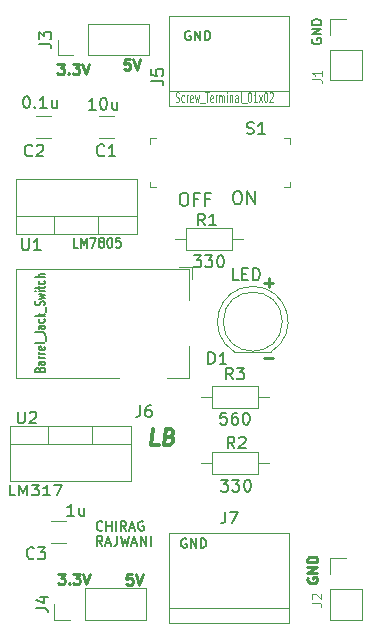
<source format=gto>
%TF.GenerationSoftware,KiCad,Pcbnew,8.0.1*%
%TF.CreationDate,2024-06-29T09:30:56+05:30*%
%TF.ProjectId,BREADBOARD POWER SUPPLY PCB,42524541-4442-44f4-9152-4420504f5745,rev?*%
%TF.SameCoordinates,Original*%
%TF.FileFunction,Legend,Top*%
%TF.FilePolarity,Positive*%
%FSLAX46Y46*%
G04 Gerber Fmt 4.6, Leading zero omitted, Abs format (unit mm)*
G04 Created by KiCad (PCBNEW 8.0.1) date 2024-06-29 09:30:56*
%MOMM*%
%LPD*%
G01*
G04 APERTURE LIST*
%ADD10C,0.150000*%
%ADD11C,0.250000*%
%ADD12C,0.200000*%
%ADD13C,0.225000*%
%ADD14C,0.300000*%
%ADD15C,0.212500*%
%ADD16C,0.125000*%
%ADD17C,0.120000*%
%ADD18C,0.100000*%
G04 APERTURE END LIST*
D10*
X128095112Y-79132580D02*
X128304636Y-79132580D01*
X128304636Y-79132580D02*
X128409398Y-79184961D01*
X128409398Y-79184961D02*
X128514160Y-79289723D01*
X128514160Y-79289723D02*
X128566541Y-79499247D01*
X128566541Y-79499247D02*
X128566541Y-79865914D01*
X128566541Y-79865914D02*
X128514160Y-80075438D01*
X128514160Y-80075438D02*
X128409398Y-80180200D01*
X128409398Y-80180200D02*
X128304636Y-80232580D01*
X128304636Y-80232580D02*
X128095112Y-80232580D01*
X128095112Y-80232580D02*
X127990350Y-80180200D01*
X127990350Y-80180200D02*
X127885588Y-80075438D01*
X127885588Y-80075438D02*
X127833207Y-79865914D01*
X127833207Y-79865914D02*
X127833207Y-79499247D01*
X127833207Y-79499247D02*
X127885588Y-79289723D01*
X127885588Y-79289723D02*
X127990350Y-79184961D01*
X127990350Y-79184961D02*
X128095112Y-79132580D01*
X129037969Y-80232580D02*
X129037969Y-79132580D01*
X129037969Y-79132580D02*
X129666541Y-80232580D01*
X129666541Y-80232580D02*
X129666541Y-79132580D01*
X123595112Y-79257580D02*
X123804636Y-79257580D01*
X123804636Y-79257580D02*
X123909398Y-79309961D01*
X123909398Y-79309961D02*
X124014160Y-79414723D01*
X124014160Y-79414723D02*
X124066541Y-79624247D01*
X124066541Y-79624247D02*
X124066541Y-79990914D01*
X124066541Y-79990914D02*
X124014160Y-80200438D01*
X124014160Y-80200438D02*
X123909398Y-80305200D01*
X123909398Y-80305200D02*
X123804636Y-80357580D01*
X123804636Y-80357580D02*
X123595112Y-80357580D01*
X123595112Y-80357580D02*
X123490350Y-80305200D01*
X123490350Y-80305200D02*
X123385588Y-80200438D01*
X123385588Y-80200438D02*
X123333207Y-79990914D01*
X123333207Y-79990914D02*
X123333207Y-79624247D01*
X123333207Y-79624247D02*
X123385588Y-79414723D01*
X123385588Y-79414723D02*
X123490350Y-79309961D01*
X123490350Y-79309961D02*
X123595112Y-79257580D01*
X124904636Y-79781390D02*
X124537969Y-79781390D01*
X124537969Y-80357580D02*
X124537969Y-79257580D01*
X124537969Y-79257580D02*
X125061779Y-79257580D01*
X125847493Y-79781390D02*
X125480826Y-79781390D01*
X125480826Y-80357580D02*
X125480826Y-79257580D01*
X125480826Y-79257580D02*
X126004636Y-79257580D01*
D11*
X130502568Y-93233666D02*
X131264473Y-93233666D01*
X130502568Y-86858666D02*
X131264473Y-86858666D01*
X130883520Y-87239619D02*
X130883520Y-86477714D01*
D12*
X116779197Y-107777549D02*
X116741101Y-107815645D01*
X116741101Y-107815645D02*
X116626816Y-107853740D01*
X116626816Y-107853740D02*
X116550625Y-107853740D01*
X116550625Y-107853740D02*
X116436339Y-107815645D01*
X116436339Y-107815645D02*
X116360149Y-107739454D01*
X116360149Y-107739454D02*
X116322054Y-107663264D01*
X116322054Y-107663264D02*
X116283958Y-107510883D01*
X116283958Y-107510883D02*
X116283958Y-107396597D01*
X116283958Y-107396597D02*
X116322054Y-107244216D01*
X116322054Y-107244216D02*
X116360149Y-107168025D01*
X116360149Y-107168025D02*
X116436339Y-107091835D01*
X116436339Y-107091835D02*
X116550625Y-107053740D01*
X116550625Y-107053740D02*
X116626816Y-107053740D01*
X116626816Y-107053740D02*
X116741101Y-107091835D01*
X116741101Y-107091835D02*
X116779197Y-107129930D01*
X117122054Y-107853740D02*
X117122054Y-107053740D01*
X117122054Y-107434692D02*
X117579197Y-107434692D01*
X117579197Y-107853740D02*
X117579197Y-107053740D01*
X117960149Y-107853740D02*
X117960149Y-107053740D01*
X118798244Y-107853740D02*
X118531577Y-107472787D01*
X118341101Y-107853740D02*
X118341101Y-107053740D01*
X118341101Y-107053740D02*
X118645863Y-107053740D01*
X118645863Y-107053740D02*
X118722053Y-107091835D01*
X118722053Y-107091835D02*
X118760148Y-107129930D01*
X118760148Y-107129930D02*
X118798244Y-107206121D01*
X118798244Y-107206121D02*
X118798244Y-107320406D01*
X118798244Y-107320406D02*
X118760148Y-107396597D01*
X118760148Y-107396597D02*
X118722053Y-107434692D01*
X118722053Y-107434692D02*
X118645863Y-107472787D01*
X118645863Y-107472787D02*
X118341101Y-107472787D01*
X119103005Y-107625168D02*
X119483958Y-107625168D01*
X119026815Y-107853740D02*
X119293482Y-107053740D01*
X119293482Y-107053740D02*
X119560148Y-107853740D01*
X120245862Y-107091835D02*
X120169672Y-107053740D01*
X120169672Y-107053740D02*
X120055386Y-107053740D01*
X120055386Y-107053740D02*
X119941100Y-107091835D01*
X119941100Y-107091835D02*
X119864910Y-107168025D01*
X119864910Y-107168025D02*
X119826815Y-107244216D01*
X119826815Y-107244216D02*
X119788719Y-107396597D01*
X119788719Y-107396597D02*
X119788719Y-107510883D01*
X119788719Y-107510883D02*
X119826815Y-107663264D01*
X119826815Y-107663264D02*
X119864910Y-107739454D01*
X119864910Y-107739454D02*
X119941100Y-107815645D01*
X119941100Y-107815645D02*
X120055386Y-107853740D01*
X120055386Y-107853740D02*
X120131577Y-107853740D01*
X120131577Y-107853740D02*
X120245862Y-107815645D01*
X120245862Y-107815645D02*
X120283958Y-107777549D01*
X120283958Y-107777549D02*
X120283958Y-107510883D01*
X120283958Y-107510883D02*
X120131577Y-107510883D01*
X116779197Y-109141695D02*
X116512530Y-108760742D01*
X116322054Y-109141695D02*
X116322054Y-108341695D01*
X116322054Y-108341695D02*
X116626816Y-108341695D01*
X116626816Y-108341695D02*
X116703006Y-108379790D01*
X116703006Y-108379790D02*
X116741101Y-108417885D01*
X116741101Y-108417885D02*
X116779197Y-108494076D01*
X116779197Y-108494076D02*
X116779197Y-108608361D01*
X116779197Y-108608361D02*
X116741101Y-108684552D01*
X116741101Y-108684552D02*
X116703006Y-108722647D01*
X116703006Y-108722647D02*
X116626816Y-108760742D01*
X116626816Y-108760742D02*
X116322054Y-108760742D01*
X117083958Y-108913123D02*
X117464911Y-108913123D01*
X117007768Y-109141695D02*
X117274435Y-108341695D01*
X117274435Y-108341695D02*
X117541101Y-109141695D01*
X118036339Y-108341695D02*
X118036339Y-108913123D01*
X118036339Y-108913123D02*
X117998244Y-109027409D01*
X117998244Y-109027409D02*
X117922053Y-109103600D01*
X117922053Y-109103600D02*
X117807768Y-109141695D01*
X117807768Y-109141695D02*
X117731577Y-109141695D01*
X118341101Y-108341695D02*
X118531577Y-109141695D01*
X118531577Y-109141695D02*
X118683958Y-108570266D01*
X118683958Y-108570266D02*
X118836339Y-109141695D01*
X118836339Y-109141695D02*
X119026816Y-108341695D01*
X119293482Y-108913123D02*
X119674435Y-108913123D01*
X119217292Y-109141695D02*
X119483959Y-108341695D01*
X119483959Y-108341695D02*
X119750625Y-109141695D01*
X120017292Y-109141695D02*
X120017292Y-108341695D01*
X120017292Y-108341695D02*
X120474435Y-109141695D01*
X120474435Y-109141695D02*
X120474435Y-108341695D01*
X120855387Y-109141695D02*
X120855387Y-108341695D01*
D13*
X113026597Y-111503157D02*
X113583740Y-111503157D01*
X113583740Y-111503157D02*
X113283740Y-111846014D01*
X113283740Y-111846014D02*
X113412311Y-111846014D01*
X113412311Y-111846014D02*
X113498026Y-111888871D01*
X113498026Y-111888871D02*
X113540883Y-111931728D01*
X113540883Y-111931728D02*
X113583740Y-112017442D01*
X113583740Y-112017442D02*
X113583740Y-112231728D01*
X113583740Y-112231728D02*
X113540883Y-112317442D01*
X113540883Y-112317442D02*
X113498026Y-112360300D01*
X113498026Y-112360300D02*
X113412311Y-112403157D01*
X113412311Y-112403157D02*
X113155168Y-112403157D01*
X113155168Y-112403157D02*
X113069454Y-112360300D01*
X113069454Y-112360300D02*
X113026597Y-112317442D01*
X113969454Y-112317442D02*
X114012311Y-112360300D01*
X114012311Y-112360300D02*
X113969454Y-112403157D01*
X113969454Y-112403157D02*
X113926597Y-112360300D01*
X113926597Y-112360300D02*
X113969454Y-112317442D01*
X113969454Y-112317442D02*
X113969454Y-112403157D01*
X114312311Y-111503157D02*
X114869454Y-111503157D01*
X114869454Y-111503157D02*
X114569454Y-111846014D01*
X114569454Y-111846014D02*
X114698025Y-111846014D01*
X114698025Y-111846014D02*
X114783740Y-111888871D01*
X114783740Y-111888871D02*
X114826597Y-111931728D01*
X114826597Y-111931728D02*
X114869454Y-112017442D01*
X114869454Y-112017442D02*
X114869454Y-112231728D01*
X114869454Y-112231728D02*
X114826597Y-112317442D01*
X114826597Y-112317442D02*
X114783740Y-112360300D01*
X114783740Y-112360300D02*
X114698025Y-112403157D01*
X114698025Y-112403157D02*
X114440882Y-112403157D01*
X114440882Y-112403157D02*
X114355168Y-112360300D01*
X114355168Y-112360300D02*
X114312311Y-112317442D01*
X115126597Y-111503157D02*
X115426597Y-112403157D01*
X115426597Y-112403157D02*
X115726597Y-111503157D01*
X119290883Y-111553157D02*
X118862311Y-111553157D01*
X118862311Y-111553157D02*
X118819454Y-111981728D01*
X118819454Y-111981728D02*
X118862311Y-111938871D01*
X118862311Y-111938871D02*
X118948026Y-111896014D01*
X118948026Y-111896014D02*
X119162311Y-111896014D01*
X119162311Y-111896014D02*
X119248026Y-111938871D01*
X119248026Y-111938871D02*
X119290883Y-111981728D01*
X119290883Y-111981728D02*
X119333740Y-112067442D01*
X119333740Y-112067442D02*
X119333740Y-112281728D01*
X119333740Y-112281728D02*
X119290883Y-112367442D01*
X119290883Y-112367442D02*
X119248026Y-112410300D01*
X119248026Y-112410300D02*
X119162311Y-112453157D01*
X119162311Y-112453157D02*
X118948026Y-112453157D01*
X118948026Y-112453157D02*
X118862311Y-112410300D01*
X118862311Y-112410300D02*
X118819454Y-112367442D01*
X119590883Y-111553157D02*
X119890883Y-112453157D01*
X119890883Y-112453157D02*
X120190883Y-111553157D01*
X119090883Y-67928157D02*
X118662311Y-67928157D01*
X118662311Y-67928157D02*
X118619454Y-68356728D01*
X118619454Y-68356728D02*
X118662311Y-68313871D01*
X118662311Y-68313871D02*
X118748026Y-68271014D01*
X118748026Y-68271014D02*
X118962311Y-68271014D01*
X118962311Y-68271014D02*
X119048026Y-68313871D01*
X119048026Y-68313871D02*
X119090883Y-68356728D01*
X119090883Y-68356728D02*
X119133740Y-68442442D01*
X119133740Y-68442442D02*
X119133740Y-68656728D01*
X119133740Y-68656728D02*
X119090883Y-68742442D01*
X119090883Y-68742442D02*
X119048026Y-68785300D01*
X119048026Y-68785300D02*
X118962311Y-68828157D01*
X118962311Y-68828157D02*
X118748026Y-68828157D01*
X118748026Y-68828157D02*
X118662311Y-68785300D01*
X118662311Y-68785300D02*
X118619454Y-68742442D01*
X119390883Y-67928157D02*
X119690883Y-68828157D01*
X119690883Y-68828157D02*
X119990883Y-67928157D01*
X112976597Y-68328157D02*
X113533740Y-68328157D01*
X113533740Y-68328157D02*
X113233740Y-68671014D01*
X113233740Y-68671014D02*
X113362311Y-68671014D01*
X113362311Y-68671014D02*
X113448026Y-68713871D01*
X113448026Y-68713871D02*
X113490883Y-68756728D01*
X113490883Y-68756728D02*
X113533740Y-68842442D01*
X113533740Y-68842442D02*
X113533740Y-69056728D01*
X113533740Y-69056728D02*
X113490883Y-69142442D01*
X113490883Y-69142442D02*
X113448026Y-69185300D01*
X113448026Y-69185300D02*
X113362311Y-69228157D01*
X113362311Y-69228157D02*
X113105168Y-69228157D01*
X113105168Y-69228157D02*
X113019454Y-69185300D01*
X113019454Y-69185300D02*
X112976597Y-69142442D01*
X113919454Y-69142442D02*
X113962311Y-69185300D01*
X113962311Y-69185300D02*
X113919454Y-69228157D01*
X113919454Y-69228157D02*
X113876597Y-69185300D01*
X113876597Y-69185300D02*
X113919454Y-69142442D01*
X113919454Y-69142442D02*
X113919454Y-69228157D01*
X114262311Y-68328157D02*
X114819454Y-68328157D01*
X114819454Y-68328157D02*
X114519454Y-68671014D01*
X114519454Y-68671014D02*
X114648025Y-68671014D01*
X114648025Y-68671014D02*
X114733740Y-68713871D01*
X114733740Y-68713871D02*
X114776597Y-68756728D01*
X114776597Y-68756728D02*
X114819454Y-68842442D01*
X114819454Y-68842442D02*
X114819454Y-69056728D01*
X114819454Y-69056728D02*
X114776597Y-69142442D01*
X114776597Y-69142442D02*
X114733740Y-69185300D01*
X114733740Y-69185300D02*
X114648025Y-69228157D01*
X114648025Y-69228157D02*
X114390882Y-69228157D01*
X114390882Y-69228157D02*
X114305168Y-69185300D01*
X114305168Y-69185300D02*
X114262311Y-69142442D01*
X115076597Y-68328157D02*
X115376597Y-69228157D01*
X115376597Y-69228157D02*
X115676597Y-68328157D01*
D14*
X121543201Y-100600304D02*
X120924153Y-100600304D01*
X120924153Y-100600304D02*
X121086653Y-99300304D01*
X122494987Y-99919352D02*
X122672963Y-99981257D01*
X122672963Y-99981257D02*
X122727129Y-100043161D01*
X122727129Y-100043161D02*
X122773558Y-100166971D01*
X122773558Y-100166971D02*
X122750344Y-100352685D01*
X122750344Y-100352685D02*
X122672963Y-100476495D01*
X122672963Y-100476495D02*
X122603320Y-100538400D01*
X122603320Y-100538400D02*
X122471772Y-100600304D01*
X122471772Y-100600304D02*
X121976534Y-100600304D01*
X121976534Y-100600304D02*
X122139034Y-99300304D01*
X122139034Y-99300304D02*
X122572368Y-99300304D01*
X122572368Y-99300304D02*
X122688439Y-99362209D01*
X122688439Y-99362209D02*
X122742606Y-99424114D01*
X122742606Y-99424114D02*
X122789034Y-99547923D01*
X122789034Y-99547923D02*
X122773558Y-99671733D01*
X122773558Y-99671733D02*
X122696177Y-99795542D01*
X122696177Y-99795542D02*
X122626534Y-99857447D01*
X122626534Y-99857447D02*
X122494987Y-99919352D01*
X122494987Y-99919352D02*
X122061653Y-99919352D01*
D12*
X124216101Y-65579790D02*
X124139911Y-65541695D01*
X124139911Y-65541695D02*
X124025625Y-65541695D01*
X124025625Y-65541695D02*
X123911339Y-65579790D01*
X123911339Y-65579790D02*
X123835149Y-65655980D01*
X123835149Y-65655980D02*
X123797054Y-65732171D01*
X123797054Y-65732171D02*
X123758958Y-65884552D01*
X123758958Y-65884552D02*
X123758958Y-65998838D01*
X123758958Y-65998838D02*
X123797054Y-66151219D01*
X123797054Y-66151219D02*
X123835149Y-66227409D01*
X123835149Y-66227409D02*
X123911339Y-66303600D01*
X123911339Y-66303600D02*
X124025625Y-66341695D01*
X124025625Y-66341695D02*
X124101816Y-66341695D01*
X124101816Y-66341695D02*
X124216101Y-66303600D01*
X124216101Y-66303600D02*
X124254197Y-66265504D01*
X124254197Y-66265504D02*
X124254197Y-65998838D01*
X124254197Y-65998838D02*
X124101816Y-65998838D01*
X124597054Y-66341695D02*
X124597054Y-65541695D01*
X124597054Y-65541695D02*
X125054197Y-66341695D01*
X125054197Y-66341695D02*
X125054197Y-65541695D01*
X125435149Y-66341695D02*
X125435149Y-65541695D01*
X125435149Y-65541695D02*
X125625625Y-65541695D01*
X125625625Y-65541695D02*
X125739911Y-65579790D01*
X125739911Y-65579790D02*
X125816101Y-65655980D01*
X125816101Y-65655980D02*
X125854196Y-65732171D01*
X125854196Y-65732171D02*
X125892292Y-65884552D01*
X125892292Y-65884552D02*
X125892292Y-65998838D01*
X125892292Y-65998838D02*
X125854196Y-66151219D01*
X125854196Y-66151219D02*
X125816101Y-66227409D01*
X125816101Y-66227409D02*
X125739911Y-66303600D01*
X125739911Y-66303600D02*
X125625625Y-66341695D01*
X125625625Y-66341695D02*
X125435149Y-66341695D01*
X123891101Y-108554790D02*
X123814911Y-108516695D01*
X123814911Y-108516695D02*
X123700625Y-108516695D01*
X123700625Y-108516695D02*
X123586339Y-108554790D01*
X123586339Y-108554790D02*
X123510149Y-108630980D01*
X123510149Y-108630980D02*
X123472054Y-108707171D01*
X123472054Y-108707171D02*
X123433958Y-108859552D01*
X123433958Y-108859552D02*
X123433958Y-108973838D01*
X123433958Y-108973838D02*
X123472054Y-109126219D01*
X123472054Y-109126219D02*
X123510149Y-109202409D01*
X123510149Y-109202409D02*
X123586339Y-109278600D01*
X123586339Y-109278600D02*
X123700625Y-109316695D01*
X123700625Y-109316695D02*
X123776816Y-109316695D01*
X123776816Y-109316695D02*
X123891101Y-109278600D01*
X123891101Y-109278600D02*
X123929197Y-109240504D01*
X123929197Y-109240504D02*
X123929197Y-108973838D01*
X123929197Y-108973838D02*
X123776816Y-108973838D01*
X124272054Y-109316695D02*
X124272054Y-108516695D01*
X124272054Y-108516695D02*
X124729197Y-109316695D01*
X124729197Y-109316695D02*
X124729197Y-108516695D01*
X125110149Y-109316695D02*
X125110149Y-108516695D01*
X125110149Y-108516695D02*
X125300625Y-108516695D01*
X125300625Y-108516695D02*
X125414911Y-108554790D01*
X125414911Y-108554790D02*
X125491101Y-108630980D01*
X125491101Y-108630980D02*
X125529196Y-108707171D01*
X125529196Y-108707171D02*
X125567292Y-108859552D01*
X125567292Y-108859552D02*
X125567292Y-108973838D01*
X125567292Y-108973838D02*
X125529196Y-109126219D01*
X125529196Y-109126219D02*
X125491101Y-109202409D01*
X125491101Y-109202409D02*
X125414911Y-109278600D01*
X125414911Y-109278600D02*
X125300625Y-109316695D01*
X125300625Y-109316695D02*
X125110149Y-109316695D01*
X134529790Y-66233898D02*
X134491695Y-66310088D01*
X134491695Y-66310088D02*
X134491695Y-66424374D01*
X134491695Y-66424374D02*
X134529790Y-66538660D01*
X134529790Y-66538660D02*
X134605980Y-66614850D01*
X134605980Y-66614850D02*
X134682171Y-66652945D01*
X134682171Y-66652945D02*
X134834552Y-66691041D01*
X134834552Y-66691041D02*
X134948838Y-66691041D01*
X134948838Y-66691041D02*
X135101219Y-66652945D01*
X135101219Y-66652945D02*
X135177409Y-66614850D01*
X135177409Y-66614850D02*
X135253600Y-66538660D01*
X135253600Y-66538660D02*
X135291695Y-66424374D01*
X135291695Y-66424374D02*
X135291695Y-66348183D01*
X135291695Y-66348183D02*
X135253600Y-66233898D01*
X135253600Y-66233898D02*
X135215504Y-66195802D01*
X135215504Y-66195802D02*
X134948838Y-66195802D01*
X134948838Y-66195802D02*
X134948838Y-66348183D01*
X135291695Y-65852945D02*
X134491695Y-65852945D01*
X134491695Y-65852945D02*
X135291695Y-65395802D01*
X135291695Y-65395802D02*
X134491695Y-65395802D01*
X135291695Y-65014850D02*
X134491695Y-65014850D01*
X134491695Y-65014850D02*
X134491695Y-64824374D01*
X134491695Y-64824374D02*
X134529790Y-64710088D01*
X134529790Y-64710088D02*
X134605980Y-64633898D01*
X134605980Y-64633898D02*
X134682171Y-64595803D01*
X134682171Y-64595803D02*
X134834552Y-64557707D01*
X134834552Y-64557707D02*
X134948838Y-64557707D01*
X134948838Y-64557707D02*
X135101219Y-64595803D01*
X135101219Y-64595803D02*
X135177409Y-64633898D01*
X135177409Y-64633898D02*
X135253600Y-64710088D01*
X135253600Y-64710088D02*
X135291695Y-64824374D01*
X135291695Y-64824374D02*
X135291695Y-65014850D01*
D15*
X134175403Y-111837578D02*
X134134927Y-111918531D01*
X134134927Y-111918531D02*
X134134927Y-112039959D01*
X134134927Y-112039959D02*
X134175403Y-112161388D01*
X134175403Y-112161388D02*
X134256355Y-112242340D01*
X134256355Y-112242340D02*
X134337308Y-112282817D01*
X134337308Y-112282817D02*
X134499212Y-112323293D01*
X134499212Y-112323293D02*
X134620641Y-112323293D01*
X134620641Y-112323293D02*
X134782546Y-112282817D01*
X134782546Y-112282817D02*
X134863498Y-112242340D01*
X134863498Y-112242340D02*
X134944451Y-112161388D01*
X134944451Y-112161388D02*
X134984927Y-112039959D01*
X134984927Y-112039959D02*
X134984927Y-111959007D01*
X134984927Y-111959007D02*
X134944451Y-111837578D01*
X134944451Y-111837578D02*
X134903974Y-111797102D01*
X134903974Y-111797102D02*
X134620641Y-111797102D01*
X134620641Y-111797102D02*
X134620641Y-111959007D01*
X134984927Y-111432817D02*
X134134927Y-111432817D01*
X134134927Y-111432817D02*
X134984927Y-110947102D01*
X134984927Y-110947102D02*
X134134927Y-110947102D01*
X134984927Y-110542341D02*
X134134927Y-110542341D01*
X134134927Y-110542341D02*
X134134927Y-110339960D01*
X134134927Y-110339960D02*
X134175403Y-110218531D01*
X134175403Y-110218531D02*
X134256355Y-110137579D01*
X134256355Y-110137579D02*
X134337308Y-110097102D01*
X134337308Y-110097102D02*
X134499212Y-110056626D01*
X134499212Y-110056626D02*
X134620641Y-110056626D01*
X134620641Y-110056626D02*
X134782546Y-110097102D01*
X134782546Y-110097102D02*
X134863498Y-110137579D01*
X134863498Y-110137579D02*
X134944451Y-110218531D01*
X134944451Y-110218531D02*
X134984927Y-110339960D01*
X134984927Y-110339960D02*
X134984927Y-110542341D01*
D10*
X109613095Y-97779819D02*
X109613095Y-98589342D01*
X109613095Y-98589342D02*
X109660714Y-98684580D01*
X109660714Y-98684580D02*
X109708333Y-98732200D01*
X109708333Y-98732200D02*
X109803571Y-98779819D01*
X109803571Y-98779819D02*
X109994047Y-98779819D01*
X109994047Y-98779819D02*
X110089285Y-98732200D01*
X110089285Y-98732200D02*
X110136904Y-98684580D01*
X110136904Y-98684580D02*
X110184523Y-98589342D01*
X110184523Y-98589342D02*
X110184523Y-97779819D01*
X110613095Y-97875057D02*
X110660714Y-97827438D01*
X110660714Y-97827438D02*
X110755952Y-97779819D01*
X110755952Y-97779819D02*
X110994047Y-97779819D01*
X110994047Y-97779819D02*
X111089285Y-97827438D01*
X111089285Y-97827438D02*
X111136904Y-97875057D01*
X111136904Y-97875057D02*
X111184523Y-97970295D01*
X111184523Y-97970295D02*
X111184523Y-98065533D01*
X111184523Y-98065533D02*
X111136904Y-98208390D01*
X111136904Y-98208390D02*
X110565476Y-98779819D01*
X110565476Y-98779819D02*
X111184523Y-98779819D01*
X109409523Y-104885427D02*
X108933333Y-104885427D01*
X108933333Y-104885427D02*
X108933333Y-104035427D01*
X109742857Y-104885427D02*
X109742857Y-104035427D01*
X109742857Y-104035427D02*
X110076190Y-104642570D01*
X110076190Y-104642570D02*
X110409523Y-104035427D01*
X110409523Y-104035427D02*
X110409523Y-104885427D01*
X110790476Y-104035427D02*
X111409523Y-104035427D01*
X111409523Y-104035427D02*
X111076190Y-104359236D01*
X111076190Y-104359236D02*
X111219047Y-104359236D01*
X111219047Y-104359236D02*
X111314285Y-104399712D01*
X111314285Y-104399712D02*
X111361904Y-104440189D01*
X111361904Y-104440189D02*
X111409523Y-104521141D01*
X111409523Y-104521141D02*
X111409523Y-104723522D01*
X111409523Y-104723522D02*
X111361904Y-104804474D01*
X111361904Y-104804474D02*
X111314285Y-104844951D01*
X111314285Y-104844951D02*
X111219047Y-104885427D01*
X111219047Y-104885427D02*
X110933333Y-104885427D01*
X110933333Y-104885427D02*
X110838095Y-104844951D01*
X110838095Y-104844951D02*
X110790476Y-104804474D01*
X112361904Y-104885427D02*
X111790476Y-104885427D01*
X112076190Y-104885427D02*
X112076190Y-104035427D01*
X112076190Y-104035427D02*
X111980952Y-104156855D01*
X111980952Y-104156855D02*
X111885714Y-104237808D01*
X111885714Y-104237808D02*
X111790476Y-104278284D01*
X112695238Y-104035427D02*
X113361904Y-104035427D01*
X113361904Y-104035427D02*
X112933333Y-104885427D01*
X109988095Y-83129819D02*
X109988095Y-83939342D01*
X109988095Y-83939342D02*
X110035714Y-84034580D01*
X110035714Y-84034580D02*
X110083333Y-84082200D01*
X110083333Y-84082200D02*
X110178571Y-84129819D01*
X110178571Y-84129819D02*
X110369047Y-84129819D01*
X110369047Y-84129819D02*
X110464285Y-84082200D01*
X110464285Y-84082200D02*
X110511904Y-84034580D01*
X110511904Y-84034580D02*
X110559523Y-83939342D01*
X110559523Y-83939342D02*
X110559523Y-83129819D01*
X111559523Y-84129819D02*
X110988095Y-84129819D01*
X111273809Y-84129819D02*
X111273809Y-83129819D01*
X111273809Y-83129819D02*
X111178571Y-83272676D01*
X111178571Y-83272676D02*
X111083333Y-83367914D01*
X111083333Y-83367914D02*
X110988095Y-83415533D01*
X114699999Y-83910427D02*
X114342856Y-83910427D01*
X114342856Y-83910427D02*
X114342856Y-83060427D01*
X114949999Y-83910427D02*
X114949999Y-83060427D01*
X114949999Y-83060427D02*
X115199999Y-83667570D01*
X115199999Y-83667570D02*
X115449999Y-83060427D01*
X115449999Y-83060427D02*
X115449999Y-83910427D01*
X115735713Y-83060427D02*
X116235713Y-83060427D01*
X116235713Y-83060427D02*
X115914285Y-83910427D01*
X116628571Y-83424712D02*
X116557142Y-83384236D01*
X116557142Y-83384236D02*
X116521428Y-83343760D01*
X116521428Y-83343760D02*
X116485714Y-83262808D01*
X116485714Y-83262808D02*
X116485714Y-83222331D01*
X116485714Y-83222331D02*
X116521428Y-83141379D01*
X116521428Y-83141379D02*
X116557142Y-83100903D01*
X116557142Y-83100903D02*
X116628571Y-83060427D01*
X116628571Y-83060427D02*
X116771428Y-83060427D01*
X116771428Y-83060427D02*
X116842857Y-83100903D01*
X116842857Y-83100903D02*
X116878571Y-83141379D01*
X116878571Y-83141379D02*
X116914285Y-83222331D01*
X116914285Y-83222331D02*
X116914285Y-83262808D01*
X116914285Y-83262808D02*
X116878571Y-83343760D01*
X116878571Y-83343760D02*
X116842857Y-83384236D01*
X116842857Y-83384236D02*
X116771428Y-83424712D01*
X116771428Y-83424712D02*
X116628571Y-83424712D01*
X116628571Y-83424712D02*
X116557142Y-83465189D01*
X116557142Y-83465189D02*
X116521428Y-83505665D01*
X116521428Y-83505665D02*
X116485714Y-83586617D01*
X116485714Y-83586617D02*
X116485714Y-83748522D01*
X116485714Y-83748522D02*
X116521428Y-83829474D01*
X116521428Y-83829474D02*
X116557142Y-83869951D01*
X116557142Y-83869951D02*
X116628571Y-83910427D01*
X116628571Y-83910427D02*
X116771428Y-83910427D01*
X116771428Y-83910427D02*
X116842857Y-83869951D01*
X116842857Y-83869951D02*
X116878571Y-83829474D01*
X116878571Y-83829474D02*
X116914285Y-83748522D01*
X116914285Y-83748522D02*
X116914285Y-83586617D01*
X116914285Y-83586617D02*
X116878571Y-83505665D01*
X116878571Y-83505665D02*
X116842857Y-83465189D01*
X116842857Y-83465189D02*
X116771428Y-83424712D01*
X117378571Y-83060427D02*
X117450000Y-83060427D01*
X117450000Y-83060427D02*
X117521428Y-83100903D01*
X117521428Y-83100903D02*
X117557143Y-83141379D01*
X117557143Y-83141379D02*
X117592857Y-83222331D01*
X117592857Y-83222331D02*
X117628571Y-83384236D01*
X117628571Y-83384236D02*
X117628571Y-83586617D01*
X117628571Y-83586617D02*
X117592857Y-83748522D01*
X117592857Y-83748522D02*
X117557143Y-83829474D01*
X117557143Y-83829474D02*
X117521428Y-83869951D01*
X117521428Y-83869951D02*
X117450000Y-83910427D01*
X117450000Y-83910427D02*
X117378571Y-83910427D01*
X117378571Y-83910427D02*
X117307143Y-83869951D01*
X117307143Y-83869951D02*
X117271428Y-83829474D01*
X117271428Y-83829474D02*
X117235714Y-83748522D01*
X117235714Y-83748522D02*
X117200000Y-83586617D01*
X117200000Y-83586617D02*
X117200000Y-83384236D01*
X117200000Y-83384236D02*
X117235714Y-83222331D01*
X117235714Y-83222331D02*
X117271428Y-83141379D01*
X117271428Y-83141379D02*
X117307143Y-83100903D01*
X117307143Y-83100903D02*
X117378571Y-83060427D01*
X118307143Y-83060427D02*
X117950000Y-83060427D01*
X117950000Y-83060427D02*
X117914286Y-83465189D01*
X117914286Y-83465189D02*
X117950000Y-83424712D01*
X117950000Y-83424712D02*
X118021429Y-83384236D01*
X118021429Y-83384236D02*
X118200000Y-83384236D01*
X118200000Y-83384236D02*
X118271429Y-83424712D01*
X118271429Y-83424712D02*
X118307143Y-83465189D01*
X118307143Y-83465189D02*
X118342857Y-83546141D01*
X118342857Y-83546141D02*
X118342857Y-83748522D01*
X118342857Y-83748522D02*
X118307143Y-83829474D01*
X118307143Y-83829474D02*
X118271429Y-83869951D01*
X118271429Y-83869951D02*
X118200000Y-83910427D01*
X118200000Y-83910427D02*
X118021429Y-83910427D01*
X118021429Y-83910427D02*
X117950000Y-83869951D01*
X117950000Y-83869951D02*
X117914286Y-83829474D01*
X129014160Y-74232200D02*
X129157017Y-74279819D01*
X129157017Y-74279819D02*
X129395112Y-74279819D01*
X129395112Y-74279819D02*
X129490350Y-74232200D01*
X129490350Y-74232200D02*
X129537969Y-74184580D01*
X129537969Y-74184580D02*
X129585588Y-74089342D01*
X129585588Y-74089342D02*
X129585588Y-73994104D01*
X129585588Y-73994104D02*
X129537969Y-73898866D01*
X129537969Y-73898866D02*
X129490350Y-73851247D01*
X129490350Y-73851247D02*
X129395112Y-73803628D01*
X129395112Y-73803628D02*
X129204636Y-73756009D01*
X129204636Y-73756009D02*
X129109398Y-73708390D01*
X129109398Y-73708390D02*
X129061779Y-73660771D01*
X129061779Y-73660771D02*
X129014160Y-73565533D01*
X129014160Y-73565533D02*
X129014160Y-73470295D01*
X129014160Y-73470295D02*
X129061779Y-73375057D01*
X129061779Y-73375057D02*
X129109398Y-73327438D01*
X129109398Y-73327438D02*
X129204636Y-73279819D01*
X129204636Y-73279819D02*
X129442731Y-73279819D01*
X129442731Y-73279819D02*
X129585588Y-73327438D01*
X130537969Y-74279819D02*
X129966541Y-74279819D01*
X130252255Y-74279819D02*
X130252255Y-73279819D01*
X130252255Y-73279819D02*
X130157017Y-73422676D01*
X130157017Y-73422676D02*
X130061779Y-73517914D01*
X130061779Y-73517914D02*
X129966541Y-73565533D01*
X127831333Y-95054819D02*
X127498000Y-94578628D01*
X127259905Y-95054819D02*
X127259905Y-94054819D01*
X127259905Y-94054819D02*
X127640857Y-94054819D01*
X127640857Y-94054819D02*
X127736095Y-94102438D01*
X127736095Y-94102438D02*
X127783714Y-94150057D01*
X127783714Y-94150057D02*
X127831333Y-94245295D01*
X127831333Y-94245295D02*
X127831333Y-94388152D01*
X127831333Y-94388152D02*
X127783714Y-94483390D01*
X127783714Y-94483390D02*
X127736095Y-94531009D01*
X127736095Y-94531009D02*
X127640857Y-94578628D01*
X127640857Y-94578628D02*
X127259905Y-94578628D01*
X128164667Y-94054819D02*
X128783714Y-94054819D01*
X128783714Y-94054819D02*
X128450381Y-94435771D01*
X128450381Y-94435771D02*
X128593238Y-94435771D01*
X128593238Y-94435771D02*
X128688476Y-94483390D01*
X128688476Y-94483390D02*
X128736095Y-94531009D01*
X128736095Y-94531009D02*
X128783714Y-94626247D01*
X128783714Y-94626247D02*
X128783714Y-94864342D01*
X128783714Y-94864342D02*
X128736095Y-94959580D01*
X128736095Y-94959580D02*
X128688476Y-95007200D01*
X128688476Y-95007200D02*
X128593238Y-95054819D01*
X128593238Y-95054819D02*
X128307524Y-95054819D01*
X128307524Y-95054819D02*
X128212286Y-95007200D01*
X128212286Y-95007200D02*
X128164667Y-94959580D01*
X127285714Y-97879819D02*
X126809524Y-97879819D01*
X126809524Y-97879819D02*
X126761905Y-98356009D01*
X126761905Y-98356009D02*
X126809524Y-98308390D01*
X126809524Y-98308390D02*
X126904762Y-98260771D01*
X126904762Y-98260771D02*
X127142857Y-98260771D01*
X127142857Y-98260771D02*
X127238095Y-98308390D01*
X127238095Y-98308390D02*
X127285714Y-98356009D01*
X127285714Y-98356009D02*
X127333333Y-98451247D01*
X127333333Y-98451247D02*
X127333333Y-98689342D01*
X127333333Y-98689342D02*
X127285714Y-98784580D01*
X127285714Y-98784580D02*
X127238095Y-98832200D01*
X127238095Y-98832200D02*
X127142857Y-98879819D01*
X127142857Y-98879819D02*
X126904762Y-98879819D01*
X126904762Y-98879819D02*
X126809524Y-98832200D01*
X126809524Y-98832200D02*
X126761905Y-98784580D01*
X128190476Y-97879819D02*
X128000000Y-97879819D01*
X128000000Y-97879819D02*
X127904762Y-97927438D01*
X127904762Y-97927438D02*
X127857143Y-97975057D01*
X127857143Y-97975057D02*
X127761905Y-98117914D01*
X127761905Y-98117914D02*
X127714286Y-98308390D01*
X127714286Y-98308390D02*
X127714286Y-98689342D01*
X127714286Y-98689342D02*
X127761905Y-98784580D01*
X127761905Y-98784580D02*
X127809524Y-98832200D01*
X127809524Y-98832200D02*
X127904762Y-98879819D01*
X127904762Y-98879819D02*
X128095238Y-98879819D01*
X128095238Y-98879819D02*
X128190476Y-98832200D01*
X128190476Y-98832200D02*
X128238095Y-98784580D01*
X128238095Y-98784580D02*
X128285714Y-98689342D01*
X128285714Y-98689342D02*
X128285714Y-98451247D01*
X128285714Y-98451247D02*
X128238095Y-98356009D01*
X128238095Y-98356009D02*
X128190476Y-98308390D01*
X128190476Y-98308390D02*
X128095238Y-98260771D01*
X128095238Y-98260771D02*
X127904762Y-98260771D01*
X127904762Y-98260771D02*
X127809524Y-98308390D01*
X127809524Y-98308390D02*
X127761905Y-98356009D01*
X127761905Y-98356009D02*
X127714286Y-98451247D01*
X128904762Y-97879819D02*
X129000000Y-97879819D01*
X129000000Y-97879819D02*
X129095238Y-97927438D01*
X129095238Y-97927438D02*
X129142857Y-97975057D01*
X129142857Y-97975057D02*
X129190476Y-98070295D01*
X129190476Y-98070295D02*
X129238095Y-98260771D01*
X129238095Y-98260771D02*
X129238095Y-98498866D01*
X129238095Y-98498866D02*
X129190476Y-98689342D01*
X129190476Y-98689342D02*
X129142857Y-98784580D01*
X129142857Y-98784580D02*
X129095238Y-98832200D01*
X129095238Y-98832200D02*
X129000000Y-98879819D01*
X129000000Y-98879819D02*
X128904762Y-98879819D01*
X128904762Y-98879819D02*
X128809524Y-98832200D01*
X128809524Y-98832200D02*
X128761905Y-98784580D01*
X128761905Y-98784580D02*
X128714286Y-98689342D01*
X128714286Y-98689342D02*
X128666667Y-98498866D01*
X128666667Y-98498866D02*
X128666667Y-98260771D01*
X128666667Y-98260771D02*
X128714286Y-98070295D01*
X128714286Y-98070295D02*
X128761905Y-97975057D01*
X128761905Y-97975057D02*
X128809524Y-97927438D01*
X128809524Y-97927438D02*
X128904762Y-97879819D01*
X127958333Y-100904819D02*
X127625000Y-100428628D01*
X127386905Y-100904819D02*
X127386905Y-99904819D01*
X127386905Y-99904819D02*
X127767857Y-99904819D01*
X127767857Y-99904819D02*
X127863095Y-99952438D01*
X127863095Y-99952438D02*
X127910714Y-100000057D01*
X127910714Y-100000057D02*
X127958333Y-100095295D01*
X127958333Y-100095295D02*
X127958333Y-100238152D01*
X127958333Y-100238152D02*
X127910714Y-100333390D01*
X127910714Y-100333390D02*
X127863095Y-100381009D01*
X127863095Y-100381009D02*
X127767857Y-100428628D01*
X127767857Y-100428628D02*
X127386905Y-100428628D01*
X128339286Y-100000057D02*
X128386905Y-99952438D01*
X128386905Y-99952438D02*
X128482143Y-99904819D01*
X128482143Y-99904819D02*
X128720238Y-99904819D01*
X128720238Y-99904819D02*
X128815476Y-99952438D01*
X128815476Y-99952438D02*
X128863095Y-100000057D01*
X128863095Y-100000057D02*
X128910714Y-100095295D01*
X128910714Y-100095295D02*
X128910714Y-100190533D01*
X128910714Y-100190533D02*
X128863095Y-100333390D01*
X128863095Y-100333390D02*
X128291667Y-100904819D01*
X128291667Y-100904819D02*
X128910714Y-100904819D01*
X126814286Y-103554819D02*
X127433333Y-103554819D01*
X127433333Y-103554819D02*
X127100000Y-103935771D01*
X127100000Y-103935771D02*
X127242857Y-103935771D01*
X127242857Y-103935771D02*
X127338095Y-103983390D01*
X127338095Y-103983390D02*
X127385714Y-104031009D01*
X127385714Y-104031009D02*
X127433333Y-104126247D01*
X127433333Y-104126247D02*
X127433333Y-104364342D01*
X127433333Y-104364342D02*
X127385714Y-104459580D01*
X127385714Y-104459580D02*
X127338095Y-104507200D01*
X127338095Y-104507200D02*
X127242857Y-104554819D01*
X127242857Y-104554819D02*
X126957143Y-104554819D01*
X126957143Y-104554819D02*
X126861905Y-104507200D01*
X126861905Y-104507200D02*
X126814286Y-104459580D01*
X127766667Y-103554819D02*
X128385714Y-103554819D01*
X128385714Y-103554819D02*
X128052381Y-103935771D01*
X128052381Y-103935771D02*
X128195238Y-103935771D01*
X128195238Y-103935771D02*
X128290476Y-103983390D01*
X128290476Y-103983390D02*
X128338095Y-104031009D01*
X128338095Y-104031009D02*
X128385714Y-104126247D01*
X128385714Y-104126247D02*
X128385714Y-104364342D01*
X128385714Y-104364342D02*
X128338095Y-104459580D01*
X128338095Y-104459580D02*
X128290476Y-104507200D01*
X128290476Y-104507200D02*
X128195238Y-104554819D01*
X128195238Y-104554819D02*
X127909524Y-104554819D01*
X127909524Y-104554819D02*
X127814286Y-104507200D01*
X127814286Y-104507200D02*
X127766667Y-104459580D01*
X129004762Y-103554819D02*
X129100000Y-103554819D01*
X129100000Y-103554819D02*
X129195238Y-103602438D01*
X129195238Y-103602438D02*
X129242857Y-103650057D01*
X129242857Y-103650057D02*
X129290476Y-103745295D01*
X129290476Y-103745295D02*
X129338095Y-103935771D01*
X129338095Y-103935771D02*
X129338095Y-104173866D01*
X129338095Y-104173866D02*
X129290476Y-104364342D01*
X129290476Y-104364342D02*
X129242857Y-104459580D01*
X129242857Y-104459580D02*
X129195238Y-104507200D01*
X129195238Y-104507200D02*
X129100000Y-104554819D01*
X129100000Y-104554819D02*
X129004762Y-104554819D01*
X129004762Y-104554819D02*
X128909524Y-104507200D01*
X128909524Y-104507200D02*
X128861905Y-104459580D01*
X128861905Y-104459580D02*
X128814286Y-104364342D01*
X128814286Y-104364342D02*
X128766667Y-104173866D01*
X128766667Y-104173866D02*
X128766667Y-103935771D01*
X128766667Y-103935771D02*
X128814286Y-103745295D01*
X128814286Y-103745295D02*
X128861905Y-103650057D01*
X128861905Y-103650057D02*
X128909524Y-103602438D01*
X128909524Y-103602438D02*
X129004762Y-103554819D01*
X125459333Y-82024819D02*
X125126000Y-81548628D01*
X124887905Y-82024819D02*
X124887905Y-81024819D01*
X124887905Y-81024819D02*
X125268857Y-81024819D01*
X125268857Y-81024819D02*
X125364095Y-81072438D01*
X125364095Y-81072438D02*
X125411714Y-81120057D01*
X125411714Y-81120057D02*
X125459333Y-81215295D01*
X125459333Y-81215295D02*
X125459333Y-81358152D01*
X125459333Y-81358152D02*
X125411714Y-81453390D01*
X125411714Y-81453390D02*
X125364095Y-81501009D01*
X125364095Y-81501009D02*
X125268857Y-81548628D01*
X125268857Y-81548628D02*
X124887905Y-81548628D01*
X126411714Y-82024819D02*
X125840286Y-82024819D01*
X126126000Y-82024819D02*
X126126000Y-81024819D01*
X126126000Y-81024819D02*
X126030762Y-81167676D01*
X126030762Y-81167676D02*
X125935524Y-81262914D01*
X125935524Y-81262914D02*
X125840286Y-81310533D01*
X124524286Y-84549819D02*
X125143333Y-84549819D01*
X125143333Y-84549819D02*
X124810000Y-84930771D01*
X124810000Y-84930771D02*
X124952857Y-84930771D01*
X124952857Y-84930771D02*
X125048095Y-84978390D01*
X125048095Y-84978390D02*
X125095714Y-85026009D01*
X125095714Y-85026009D02*
X125143333Y-85121247D01*
X125143333Y-85121247D02*
X125143333Y-85359342D01*
X125143333Y-85359342D02*
X125095714Y-85454580D01*
X125095714Y-85454580D02*
X125048095Y-85502200D01*
X125048095Y-85502200D02*
X124952857Y-85549819D01*
X124952857Y-85549819D02*
X124667143Y-85549819D01*
X124667143Y-85549819D02*
X124571905Y-85502200D01*
X124571905Y-85502200D02*
X124524286Y-85454580D01*
X125476667Y-84549819D02*
X126095714Y-84549819D01*
X126095714Y-84549819D02*
X125762381Y-84930771D01*
X125762381Y-84930771D02*
X125905238Y-84930771D01*
X125905238Y-84930771D02*
X126000476Y-84978390D01*
X126000476Y-84978390D02*
X126048095Y-85026009D01*
X126048095Y-85026009D02*
X126095714Y-85121247D01*
X126095714Y-85121247D02*
X126095714Y-85359342D01*
X126095714Y-85359342D02*
X126048095Y-85454580D01*
X126048095Y-85454580D02*
X126000476Y-85502200D01*
X126000476Y-85502200D02*
X125905238Y-85549819D01*
X125905238Y-85549819D02*
X125619524Y-85549819D01*
X125619524Y-85549819D02*
X125524286Y-85502200D01*
X125524286Y-85502200D02*
X125476667Y-85454580D01*
X126714762Y-84549819D02*
X126810000Y-84549819D01*
X126810000Y-84549819D02*
X126905238Y-84597438D01*
X126905238Y-84597438D02*
X126952857Y-84645057D01*
X126952857Y-84645057D02*
X127000476Y-84740295D01*
X127000476Y-84740295D02*
X127048095Y-84930771D01*
X127048095Y-84930771D02*
X127048095Y-85168866D01*
X127048095Y-85168866D02*
X127000476Y-85359342D01*
X127000476Y-85359342D02*
X126952857Y-85454580D01*
X126952857Y-85454580D02*
X126905238Y-85502200D01*
X126905238Y-85502200D02*
X126810000Y-85549819D01*
X126810000Y-85549819D02*
X126714762Y-85549819D01*
X126714762Y-85549819D02*
X126619524Y-85502200D01*
X126619524Y-85502200D02*
X126571905Y-85454580D01*
X126571905Y-85454580D02*
X126524286Y-85359342D01*
X126524286Y-85359342D02*
X126476667Y-85168866D01*
X126476667Y-85168866D02*
X126476667Y-84930771D01*
X126476667Y-84930771D02*
X126524286Y-84740295D01*
X126524286Y-84740295D02*
X126571905Y-84645057D01*
X126571905Y-84645057D02*
X126619524Y-84597438D01*
X126619524Y-84597438D02*
X126714762Y-84549819D01*
X127174666Y-106254819D02*
X127174666Y-106969104D01*
X127174666Y-106969104D02*
X127127047Y-107111961D01*
X127127047Y-107111961D02*
X127031809Y-107207200D01*
X127031809Y-107207200D02*
X126888952Y-107254819D01*
X126888952Y-107254819D02*
X126793714Y-107254819D01*
X127555619Y-106254819D02*
X128222285Y-106254819D01*
X128222285Y-106254819D02*
X127793714Y-107254819D01*
X119982839Y-97242819D02*
X119982839Y-97957104D01*
X119982839Y-97957104D02*
X119935220Y-98099961D01*
X119935220Y-98099961D02*
X119839982Y-98195200D01*
X119839982Y-98195200D02*
X119697125Y-98242819D01*
X119697125Y-98242819D02*
X119601887Y-98242819D01*
X120887601Y-97242819D02*
X120697125Y-97242819D01*
X120697125Y-97242819D02*
X120601887Y-97290438D01*
X120601887Y-97290438D02*
X120554268Y-97338057D01*
X120554268Y-97338057D02*
X120459030Y-97480914D01*
X120459030Y-97480914D02*
X120411411Y-97671390D01*
X120411411Y-97671390D02*
X120411411Y-98052342D01*
X120411411Y-98052342D02*
X120459030Y-98147580D01*
X120459030Y-98147580D02*
X120506649Y-98195200D01*
X120506649Y-98195200D02*
X120601887Y-98242819D01*
X120601887Y-98242819D02*
X120792363Y-98242819D01*
X120792363Y-98242819D02*
X120887601Y-98195200D01*
X120887601Y-98195200D02*
X120935220Y-98147580D01*
X120935220Y-98147580D02*
X120982839Y-98052342D01*
X120982839Y-98052342D02*
X120982839Y-97814247D01*
X120982839Y-97814247D02*
X120935220Y-97719009D01*
X120935220Y-97719009D02*
X120887601Y-97671390D01*
X120887601Y-97671390D02*
X120792363Y-97623771D01*
X120792363Y-97623771D02*
X120601887Y-97623771D01*
X120601887Y-97623771D02*
X120506649Y-97671390D01*
X120506649Y-97671390D02*
X120459030Y-97719009D01*
X120459030Y-97719009D02*
X120411411Y-97814247D01*
X111490247Y-94202285D02*
X111528342Y-94116571D01*
X111528342Y-94116571D02*
X111566438Y-94088000D01*
X111566438Y-94088000D02*
X111642628Y-94059428D01*
X111642628Y-94059428D02*
X111756914Y-94059428D01*
X111756914Y-94059428D02*
X111833104Y-94088000D01*
X111833104Y-94088000D02*
X111871200Y-94116571D01*
X111871200Y-94116571D02*
X111909295Y-94173714D01*
X111909295Y-94173714D02*
X111909295Y-94402285D01*
X111909295Y-94402285D02*
X111109295Y-94402285D01*
X111109295Y-94402285D02*
X111109295Y-94202285D01*
X111109295Y-94202285D02*
X111147390Y-94145143D01*
X111147390Y-94145143D02*
X111185485Y-94116571D01*
X111185485Y-94116571D02*
X111261676Y-94088000D01*
X111261676Y-94088000D02*
X111337866Y-94088000D01*
X111337866Y-94088000D02*
X111414057Y-94116571D01*
X111414057Y-94116571D02*
X111452152Y-94145143D01*
X111452152Y-94145143D02*
X111490247Y-94202285D01*
X111490247Y-94202285D02*
X111490247Y-94402285D01*
X111909295Y-93545143D02*
X111490247Y-93545143D01*
X111490247Y-93545143D02*
X111414057Y-93573714D01*
X111414057Y-93573714D02*
X111375961Y-93630857D01*
X111375961Y-93630857D02*
X111375961Y-93745143D01*
X111375961Y-93745143D02*
X111414057Y-93802285D01*
X111871200Y-93545143D02*
X111909295Y-93602285D01*
X111909295Y-93602285D02*
X111909295Y-93745143D01*
X111909295Y-93745143D02*
X111871200Y-93802285D01*
X111871200Y-93802285D02*
X111795009Y-93830857D01*
X111795009Y-93830857D02*
X111718819Y-93830857D01*
X111718819Y-93830857D02*
X111642628Y-93802285D01*
X111642628Y-93802285D02*
X111604533Y-93745143D01*
X111604533Y-93745143D02*
X111604533Y-93602285D01*
X111604533Y-93602285D02*
X111566438Y-93545143D01*
X111909295Y-93259428D02*
X111375961Y-93259428D01*
X111528342Y-93259428D02*
X111452152Y-93230857D01*
X111452152Y-93230857D02*
X111414057Y-93202286D01*
X111414057Y-93202286D02*
X111375961Y-93145143D01*
X111375961Y-93145143D02*
X111375961Y-93088000D01*
X111909295Y-92887999D02*
X111375961Y-92887999D01*
X111528342Y-92887999D02*
X111452152Y-92859428D01*
X111452152Y-92859428D02*
X111414057Y-92830857D01*
X111414057Y-92830857D02*
X111375961Y-92773714D01*
X111375961Y-92773714D02*
X111375961Y-92716571D01*
X111871200Y-92287999D02*
X111909295Y-92345142D01*
X111909295Y-92345142D02*
X111909295Y-92459428D01*
X111909295Y-92459428D02*
X111871200Y-92516570D01*
X111871200Y-92516570D02*
X111795009Y-92545142D01*
X111795009Y-92545142D02*
X111490247Y-92545142D01*
X111490247Y-92545142D02*
X111414057Y-92516570D01*
X111414057Y-92516570D02*
X111375961Y-92459428D01*
X111375961Y-92459428D02*
X111375961Y-92345142D01*
X111375961Y-92345142D02*
X111414057Y-92287999D01*
X111414057Y-92287999D02*
X111490247Y-92259428D01*
X111490247Y-92259428D02*
X111566438Y-92259428D01*
X111566438Y-92259428D02*
X111642628Y-92545142D01*
X111909295Y-91916570D02*
X111871200Y-91973713D01*
X111871200Y-91973713D02*
X111795009Y-92002284D01*
X111795009Y-92002284D02*
X111109295Y-92002284D01*
X111985485Y-91830856D02*
X111985485Y-91373713D01*
X111109295Y-91059427D02*
X111680723Y-91059427D01*
X111680723Y-91059427D02*
X111795009Y-91087998D01*
X111795009Y-91087998D02*
X111871200Y-91145141D01*
X111871200Y-91145141D02*
X111909295Y-91230855D01*
X111909295Y-91230855D02*
X111909295Y-91287998D01*
X111909295Y-90516570D02*
X111490247Y-90516570D01*
X111490247Y-90516570D02*
X111414057Y-90545141D01*
X111414057Y-90545141D02*
X111375961Y-90602284D01*
X111375961Y-90602284D02*
X111375961Y-90716570D01*
X111375961Y-90716570D02*
X111414057Y-90773712D01*
X111871200Y-90516570D02*
X111909295Y-90573712D01*
X111909295Y-90573712D02*
X111909295Y-90716570D01*
X111909295Y-90716570D02*
X111871200Y-90773712D01*
X111871200Y-90773712D02*
X111795009Y-90802284D01*
X111795009Y-90802284D02*
X111718819Y-90802284D01*
X111718819Y-90802284D02*
X111642628Y-90773712D01*
X111642628Y-90773712D02*
X111604533Y-90716570D01*
X111604533Y-90716570D02*
X111604533Y-90573712D01*
X111604533Y-90573712D02*
X111566438Y-90516570D01*
X111871200Y-89973713D02*
X111909295Y-90030855D01*
X111909295Y-90030855D02*
X111909295Y-90145141D01*
X111909295Y-90145141D02*
X111871200Y-90202284D01*
X111871200Y-90202284D02*
X111833104Y-90230855D01*
X111833104Y-90230855D02*
X111756914Y-90259427D01*
X111756914Y-90259427D02*
X111528342Y-90259427D01*
X111528342Y-90259427D02*
X111452152Y-90230855D01*
X111452152Y-90230855D02*
X111414057Y-90202284D01*
X111414057Y-90202284D02*
X111375961Y-90145141D01*
X111375961Y-90145141D02*
X111375961Y-90030855D01*
X111375961Y-90030855D02*
X111414057Y-89973713D01*
X111909295Y-89716569D02*
X111109295Y-89716569D01*
X111604533Y-89659427D02*
X111909295Y-89487998D01*
X111375961Y-89487998D02*
X111680723Y-89716569D01*
X111985485Y-89373713D02*
X111985485Y-88916570D01*
X111871200Y-88802284D02*
X111909295Y-88716570D01*
X111909295Y-88716570D02*
X111909295Y-88573712D01*
X111909295Y-88573712D02*
X111871200Y-88516570D01*
X111871200Y-88516570D02*
X111833104Y-88487998D01*
X111833104Y-88487998D02*
X111756914Y-88459427D01*
X111756914Y-88459427D02*
X111680723Y-88459427D01*
X111680723Y-88459427D02*
X111604533Y-88487998D01*
X111604533Y-88487998D02*
X111566438Y-88516570D01*
X111566438Y-88516570D02*
X111528342Y-88573712D01*
X111528342Y-88573712D02*
X111490247Y-88687998D01*
X111490247Y-88687998D02*
X111452152Y-88745141D01*
X111452152Y-88745141D02*
X111414057Y-88773712D01*
X111414057Y-88773712D02*
X111337866Y-88802284D01*
X111337866Y-88802284D02*
X111261676Y-88802284D01*
X111261676Y-88802284D02*
X111185485Y-88773712D01*
X111185485Y-88773712D02*
X111147390Y-88745141D01*
X111147390Y-88745141D02*
X111109295Y-88687998D01*
X111109295Y-88687998D02*
X111109295Y-88545141D01*
X111109295Y-88545141D02*
X111147390Y-88459427D01*
X111375961Y-88259426D02*
X111909295Y-88145141D01*
X111909295Y-88145141D02*
X111528342Y-88030855D01*
X111528342Y-88030855D02*
X111909295Y-87916569D01*
X111909295Y-87916569D02*
X111375961Y-87802283D01*
X111909295Y-87573712D02*
X111375961Y-87573712D01*
X111109295Y-87573712D02*
X111147390Y-87602284D01*
X111147390Y-87602284D02*
X111185485Y-87573712D01*
X111185485Y-87573712D02*
X111147390Y-87545141D01*
X111147390Y-87545141D02*
X111109295Y-87573712D01*
X111109295Y-87573712D02*
X111185485Y-87573712D01*
X111375961Y-87373713D02*
X111375961Y-87145141D01*
X111109295Y-87287998D02*
X111795009Y-87287998D01*
X111795009Y-87287998D02*
X111871200Y-87259427D01*
X111871200Y-87259427D02*
X111909295Y-87202284D01*
X111909295Y-87202284D02*
X111909295Y-87145141D01*
X111871200Y-86687999D02*
X111909295Y-86745141D01*
X111909295Y-86745141D02*
X111909295Y-86859427D01*
X111909295Y-86859427D02*
X111871200Y-86916570D01*
X111871200Y-86916570D02*
X111833104Y-86945141D01*
X111833104Y-86945141D02*
X111756914Y-86973713D01*
X111756914Y-86973713D02*
X111528342Y-86973713D01*
X111528342Y-86973713D02*
X111452152Y-86945141D01*
X111452152Y-86945141D02*
X111414057Y-86916570D01*
X111414057Y-86916570D02*
X111375961Y-86859427D01*
X111375961Y-86859427D02*
X111375961Y-86745141D01*
X111375961Y-86745141D02*
X111414057Y-86687999D01*
X111909295Y-86430855D02*
X111109295Y-86430855D01*
X111909295Y-86173713D02*
X111490247Y-86173713D01*
X111490247Y-86173713D02*
X111414057Y-86202284D01*
X111414057Y-86202284D02*
X111375961Y-86259427D01*
X111375961Y-86259427D02*
X111375961Y-86345141D01*
X111375961Y-86345141D02*
X111414057Y-86402284D01*
X111414057Y-86402284D02*
X111452152Y-86430855D01*
X120929819Y-69758333D02*
X121644104Y-69758333D01*
X121644104Y-69758333D02*
X121786961Y-69805952D01*
X121786961Y-69805952D02*
X121882200Y-69901190D01*
X121882200Y-69901190D02*
X121929819Y-70044047D01*
X121929819Y-70044047D02*
X121929819Y-70139285D01*
X120929819Y-68805952D02*
X120929819Y-69282142D01*
X120929819Y-69282142D02*
X121406009Y-69329761D01*
X121406009Y-69329761D02*
X121358390Y-69282142D01*
X121358390Y-69282142D02*
X121310771Y-69186904D01*
X121310771Y-69186904D02*
X121310771Y-68948809D01*
X121310771Y-68948809D02*
X121358390Y-68853571D01*
X121358390Y-68853571D02*
X121406009Y-68805952D01*
X121406009Y-68805952D02*
X121501247Y-68758333D01*
X121501247Y-68758333D02*
X121739342Y-68758333D01*
X121739342Y-68758333D02*
X121834580Y-68805952D01*
X121834580Y-68805952D02*
X121882200Y-68853571D01*
X121882200Y-68853571D02*
X121929819Y-68948809D01*
X121929819Y-68948809D02*
X121929819Y-69186904D01*
X121929819Y-69186904D02*
X121882200Y-69282142D01*
X121882200Y-69282142D02*
X121834580Y-69329761D01*
D16*
X122980954Y-71546251D02*
X123052382Y-71586727D01*
X123052382Y-71586727D02*
X123171430Y-71586727D01*
X123171430Y-71586727D02*
X123219049Y-71546251D01*
X123219049Y-71546251D02*
X123242858Y-71505774D01*
X123242858Y-71505774D02*
X123266668Y-71424822D01*
X123266668Y-71424822D02*
X123266668Y-71343870D01*
X123266668Y-71343870D02*
X123242858Y-71262917D01*
X123242858Y-71262917D02*
X123219049Y-71222441D01*
X123219049Y-71222441D02*
X123171430Y-71181965D01*
X123171430Y-71181965D02*
X123076192Y-71141489D01*
X123076192Y-71141489D02*
X123028573Y-71101012D01*
X123028573Y-71101012D02*
X123004763Y-71060536D01*
X123004763Y-71060536D02*
X122980954Y-70979584D01*
X122980954Y-70979584D02*
X122980954Y-70898631D01*
X122980954Y-70898631D02*
X123004763Y-70817679D01*
X123004763Y-70817679D02*
X123028573Y-70777203D01*
X123028573Y-70777203D02*
X123076192Y-70736727D01*
X123076192Y-70736727D02*
X123195239Y-70736727D01*
X123195239Y-70736727D02*
X123266668Y-70777203D01*
X123695239Y-71546251D02*
X123647620Y-71586727D01*
X123647620Y-71586727D02*
X123552382Y-71586727D01*
X123552382Y-71586727D02*
X123504763Y-71546251D01*
X123504763Y-71546251D02*
X123480953Y-71505774D01*
X123480953Y-71505774D02*
X123457144Y-71424822D01*
X123457144Y-71424822D02*
X123457144Y-71181965D01*
X123457144Y-71181965D02*
X123480953Y-71101012D01*
X123480953Y-71101012D02*
X123504763Y-71060536D01*
X123504763Y-71060536D02*
X123552382Y-71020060D01*
X123552382Y-71020060D02*
X123647620Y-71020060D01*
X123647620Y-71020060D02*
X123695239Y-71060536D01*
X123909524Y-71586727D02*
X123909524Y-71020060D01*
X123909524Y-71181965D02*
X123933334Y-71101012D01*
X123933334Y-71101012D02*
X123957143Y-71060536D01*
X123957143Y-71060536D02*
X124004762Y-71020060D01*
X124004762Y-71020060D02*
X124052381Y-71020060D01*
X124409524Y-71546251D02*
X124361905Y-71586727D01*
X124361905Y-71586727D02*
X124266667Y-71586727D01*
X124266667Y-71586727D02*
X124219048Y-71546251D01*
X124219048Y-71546251D02*
X124195239Y-71465298D01*
X124195239Y-71465298D02*
X124195239Y-71141489D01*
X124195239Y-71141489D02*
X124219048Y-71060536D01*
X124219048Y-71060536D02*
X124266667Y-71020060D01*
X124266667Y-71020060D02*
X124361905Y-71020060D01*
X124361905Y-71020060D02*
X124409524Y-71060536D01*
X124409524Y-71060536D02*
X124433334Y-71141489D01*
X124433334Y-71141489D02*
X124433334Y-71222441D01*
X124433334Y-71222441D02*
X124195239Y-71303393D01*
X124600000Y-71020060D02*
X124695238Y-71586727D01*
X124695238Y-71586727D02*
X124790476Y-71181965D01*
X124790476Y-71181965D02*
X124885714Y-71586727D01*
X124885714Y-71586727D02*
X124980952Y-71020060D01*
X125052382Y-71667679D02*
X125433334Y-71667679D01*
X125480953Y-70736727D02*
X125766667Y-70736727D01*
X125623810Y-71586727D02*
X125623810Y-70736727D01*
X126123809Y-71546251D02*
X126076190Y-71586727D01*
X126076190Y-71586727D02*
X125980952Y-71586727D01*
X125980952Y-71586727D02*
X125933333Y-71546251D01*
X125933333Y-71546251D02*
X125909524Y-71465298D01*
X125909524Y-71465298D02*
X125909524Y-71141489D01*
X125909524Y-71141489D02*
X125933333Y-71060536D01*
X125933333Y-71060536D02*
X125980952Y-71020060D01*
X125980952Y-71020060D02*
X126076190Y-71020060D01*
X126076190Y-71020060D02*
X126123809Y-71060536D01*
X126123809Y-71060536D02*
X126147619Y-71141489D01*
X126147619Y-71141489D02*
X126147619Y-71222441D01*
X126147619Y-71222441D02*
X125909524Y-71303393D01*
X126361904Y-71586727D02*
X126361904Y-71020060D01*
X126361904Y-71181965D02*
X126385714Y-71101012D01*
X126385714Y-71101012D02*
X126409523Y-71060536D01*
X126409523Y-71060536D02*
X126457142Y-71020060D01*
X126457142Y-71020060D02*
X126504761Y-71020060D01*
X126671428Y-71586727D02*
X126671428Y-71020060D01*
X126671428Y-71101012D02*
X126695238Y-71060536D01*
X126695238Y-71060536D02*
X126742857Y-71020060D01*
X126742857Y-71020060D02*
X126814285Y-71020060D01*
X126814285Y-71020060D02*
X126861904Y-71060536D01*
X126861904Y-71060536D02*
X126885714Y-71141489D01*
X126885714Y-71141489D02*
X126885714Y-71586727D01*
X126885714Y-71141489D02*
X126909523Y-71060536D01*
X126909523Y-71060536D02*
X126957142Y-71020060D01*
X126957142Y-71020060D02*
X127028571Y-71020060D01*
X127028571Y-71020060D02*
X127076190Y-71060536D01*
X127076190Y-71060536D02*
X127100000Y-71141489D01*
X127100000Y-71141489D02*
X127100000Y-71586727D01*
X127338095Y-71586727D02*
X127338095Y-71020060D01*
X127338095Y-70736727D02*
X127314286Y-70777203D01*
X127314286Y-70777203D02*
X127338095Y-70817679D01*
X127338095Y-70817679D02*
X127361905Y-70777203D01*
X127361905Y-70777203D02*
X127338095Y-70736727D01*
X127338095Y-70736727D02*
X127338095Y-70817679D01*
X127576190Y-71020060D02*
X127576190Y-71586727D01*
X127576190Y-71101012D02*
X127600000Y-71060536D01*
X127600000Y-71060536D02*
X127647619Y-71020060D01*
X127647619Y-71020060D02*
X127719047Y-71020060D01*
X127719047Y-71020060D02*
X127766666Y-71060536D01*
X127766666Y-71060536D02*
X127790476Y-71141489D01*
X127790476Y-71141489D02*
X127790476Y-71586727D01*
X128242857Y-71586727D02*
X128242857Y-71141489D01*
X128242857Y-71141489D02*
X128219047Y-71060536D01*
X128219047Y-71060536D02*
X128171428Y-71020060D01*
X128171428Y-71020060D02*
X128076190Y-71020060D01*
X128076190Y-71020060D02*
X128028571Y-71060536D01*
X128242857Y-71546251D02*
X128195238Y-71586727D01*
X128195238Y-71586727D02*
X128076190Y-71586727D01*
X128076190Y-71586727D02*
X128028571Y-71546251D01*
X128028571Y-71546251D02*
X128004762Y-71465298D01*
X128004762Y-71465298D02*
X128004762Y-71384346D01*
X128004762Y-71384346D02*
X128028571Y-71303393D01*
X128028571Y-71303393D02*
X128076190Y-71262917D01*
X128076190Y-71262917D02*
X128195238Y-71262917D01*
X128195238Y-71262917D02*
X128242857Y-71222441D01*
X128552381Y-71586727D02*
X128504762Y-71546251D01*
X128504762Y-71546251D02*
X128480952Y-71465298D01*
X128480952Y-71465298D02*
X128480952Y-70736727D01*
X128623810Y-71667679D02*
X129004762Y-71667679D01*
X129219047Y-70736727D02*
X129266666Y-70736727D01*
X129266666Y-70736727D02*
X129314285Y-70777203D01*
X129314285Y-70777203D02*
X129338095Y-70817679D01*
X129338095Y-70817679D02*
X129361904Y-70898631D01*
X129361904Y-70898631D02*
X129385714Y-71060536D01*
X129385714Y-71060536D02*
X129385714Y-71262917D01*
X129385714Y-71262917D02*
X129361904Y-71424822D01*
X129361904Y-71424822D02*
X129338095Y-71505774D01*
X129338095Y-71505774D02*
X129314285Y-71546251D01*
X129314285Y-71546251D02*
X129266666Y-71586727D01*
X129266666Y-71586727D02*
X129219047Y-71586727D01*
X129219047Y-71586727D02*
X129171428Y-71546251D01*
X129171428Y-71546251D02*
X129147619Y-71505774D01*
X129147619Y-71505774D02*
X129123809Y-71424822D01*
X129123809Y-71424822D02*
X129100000Y-71262917D01*
X129100000Y-71262917D02*
X129100000Y-71060536D01*
X129100000Y-71060536D02*
X129123809Y-70898631D01*
X129123809Y-70898631D02*
X129147619Y-70817679D01*
X129147619Y-70817679D02*
X129171428Y-70777203D01*
X129171428Y-70777203D02*
X129219047Y-70736727D01*
X129861904Y-71586727D02*
X129576190Y-71586727D01*
X129719047Y-71586727D02*
X129719047Y-70736727D01*
X129719047Y-70736727D02*
X129671428Y-70858155D01*
X129671428Y-70858155D02*
X129623809Y-70939108D01*
X129623809Y-70939108D02*
X129576190Y-70979584D01*
X130028570Y-71586727D02*
X130290475Y-71020060D01*
X130028570Y-71020060D02*
X130290475Y-71586727D01*
X130576189Y-70736727D02*
X130623808Y-70736727D01*
X130623808Y-70736727D02*
X130671427Y-70777203D01*
X130671427Y-70777203D02*
X130695237Y-70817679D01*
X130695237Y-70817679D02*
X130719046Y-70898631D01*
X130719046Y-70898631D02*
X130742856Y-71060536D01*
X130742856Y-71060536D02*
X130742856Y-71262917D01*
X130742856Y-71262917D02*
X130719046Y-71424822D01*
X130719046Y-71424822D02*
X130695237Y-71505774D01*
X130695237Y-71505774D02*
X130671427Y-71546251D01*
X130671427Y-71546251D02*
X130623808Y-71586727D01*
X130623808Y-71586727D02*
X130576189Y-71586727D01*
X130576189Y-71586727D02*
X130528570Y-71546251D01*
X130528570Y-71546251D02*
X130504761Y-71505774D01*
X130504761Y-71505774D02*
X130480951Y-71424822D01*
X130480951Y-71424822D02*
X130457142Y-71262917D01*
X130457142Y-71262917D02*
X130457142Y-71060536D01*
X130457142Y-71060536D02*
X130480951Y-70898631D01*
X130480951Y-70898631D02*
X130504761Y-70817679D01*
X130504761Y-70817679D02*
X130528570Y-70777203D01*
X130528570Y-70777203D02*
X130576189Y-70736727D01*
X130933332Y-70817679D02*
X130957141Y-70777203D01*
X130957141Y-70777203D02*
X131004760Y-70736727D01*
X131004760Y-70736727D02*
X131123808Y-70736727D01*
X131123808Y-70736727D02*
X131171427Y-70777203D01*
X131171427Y-70777203D02*
X131195236Y-70817679D01*
X131195236Y-70817679D02*
X131219046Y-70898631D01*
X131219046Y-70898631D02*
X131219046Y-70979584D01*
X131219046Y-70979584D02*
X131195236Y-71101012D01*
X131195236Y-71101012D02*
X130909522Y-71586727D01*
X130909522Y-71586727D02*
X131219046Y-71586727D01*
D10*
X111170819Y-114413333D02*
X111885104Y-114413333D01*
X111885104Y-114413333D02*
X112027961Y-114460952D01*
X112027961Y-114460952D02*
X112123200Y-114556190D01*
X112123200Y-114556190D02*
X112170819Y-114699047D01*
X112170819Y-114699047D02*
X112170819Y-114794285D01*
X111504152Y-113508571D02*
X112170819Y-113508571D01*
X111123200Y-113746666D02*
X111837485Y-113984761D01*
X111837485Y-113984761D02*
X111837485Y-113365714D01*
X111439819Y-66627333D02*
X112154104Y-66627333D01*
X112154104Y-66627333D02*
X112296961Y-66674952D01*
X112296961Y-66674952D02*
X112392200Y-66770190D01*
X112392200Y-66770190D02*
X112439819Y-66913047D01*
X112439819Y-66913047D02*
X112439819Y-67008285D01*
X111439819Y-66246380D02*
X111439819Y-65627333D01*
X111439819Y-65627333D02*
X111820771Y-65960666D01*
X111820771Y-65960666D02*
X111820771Y-65817809D01*
X111820771Y-65817809D02*
X111868390Y-65722571D01*
X111868390Y-65722571D02*
X111916009Y-65674952D01*
X111916009Y-65674952D02*
X112011247Y-65627333D01*
X112011247Y-65627333D02*
X112249342Y-65627333D01*
X112249342Y-65627333D02*
X112344580Y-65674952D01*
X112344580Y-65674952D02*
X112392200Y-65722571D01*
X112392200Y-65722571D02*
X112439819Y-65817809D01*
X112439819Y-65817809D02*
X112439819Y-66103523D01*
X112439819Y-66103523D02*
X112392200Y-66198761D01*
X112392200Y-66198761D02*
X112344580Y-66246380D01*
D16*
X134488595Y-113991666D02*
X135060023Y-113991666D01*
X135060023Y-113991666D02*
X135174309Y-114029761D01*
X135174309Y-114029761D02*
X135250500Y-114105952D01*
X135250500Y-114105952D02*
X135288595Y-114220237D01*
X135288595Y-114220237D02*
X135288595Y-114296428D01*
X134564785Y-113648809D02*
X134526690Y-113610713D01*
X134526690Y-113610713D02*
X134488595Y-113534523D01*
X134488595Y-113534523D02*
X134488595Y-113344047D01*
X134488595Y-113344047D02*
X134526690Y-113267856D01*
X134526690Y-113267856D02*
X134564785Y-113229761D01*
X134564785Y-113229761D02*
X134640976Y-113191666D01*
X134640976Y-113191666D02*
X134717166Y-113191666D01*
X134717166Y-113191666D02*
X134831452Y-113229761D01*
X134831452Y-113229761D02*
X135288595Y-113686904D01*
X135288595Y-113686904D02*
X135288595Y-113191666D01*
X134561727Y-69658333D02*
X135168870Y-69658333D01*
X135168870Y-69658333D02*
X135290298Y-69691666D01*
X135290298Y-69691666D02*
X135371251Y-69758333D01*
X135371251Y-69758333D02*
X135411727Y-69858333D01*
X135411727Y-69858333D02*
X135411727Y-69925000D01*
X135411727Y-68958333D02*
X135411727Y-69358333D01*
X135411727Y-69158333D02*
X134561727Y-69158333D01*
X134561727Y-69158333D02*
X134683155Y-69225000D01*
X134683155Y-69225000D02*
X134764108Y-69291667D01*
X134764108Y-69291667D02*
X134804584Y-69358333D01*
D10*
X125761905Y-93754819D02*
X125761905Y-92754819D01*
X125761905Y-92754819D02*
X126000000Y-92754819D01*
X126000000Y-92754819D02*
X126142857Y-92802438D01*
X126142857Y-92802438D02*
X126238095Y-92897676D01*
X126238095Y-92897676D02*
X126285714Y-92992914D01*
X126285714Y-92992914D02*
X126333333Y-93183390D01*
X126333333Y-93183390D02*
X126333333Y-93326247D01*
X126333333Y-93326247D02*
X126285714Y-93516723D01*
X126285714Y-93516723D02*
X126238095Y-93611961D01*
X126238095Y-93611961D02*
X126142857Y-93707200D01*
X126142857Y-93707200D02*
X126000000Y-93754819D01*
X126000000Y-93754819D02*
X125761905Y-93754819D01*
X127285714Y-93754819D02*
X126714286Y-93754819D01*
X127000000Y-93754819D02*
X127000000Y-92754819D01*
X127000000Y-92754819D02*
X126904762Y-92897676D01*
X126904762Y-92897676D02*
X126809524Y-92992914D01*
X126809524Y-92992914D02*
X126714286Y-93040533D01*
X128307142Y-86654819D02*
X127830952Y-86654819D01*
X127830952Y-86654819D02*
X127830952Y-85654819D01*
X128640476Y-86131009D02*
X128973809Y-86131009D01*
X129116666Y-86654819D02*
X128640476Y-86654819D01*
X128640476Y-86654819D02*
X128640476Y-85654819D01*
X128640476Y-85654819D02*
X129116666Y-85654819D01*
X129545238Y-86654819D02*
X129545238Y-85654819D01*
X129545238Y-85654819D02*
X129783333Y-85654819D01*
X129783333Y-85654819D02*
X129926190Y-85702438D01*
X129926190Y-85702438D02*
X130021428Y-85797676D01*
X130021428Y-85797676D02*
X130069047Y-85892914D01*
X130069047Y-85892914D02*
X130116666Y-86083390D01*
X130116666Y-86083390D02*
X130116666Y-86226247D01*
X130116666Y-86226247D02*
X130069047Y-86416723D01*
X130069047Y-86416723D02*
X130021428Y-86511961D01*
X130021428Y-86511961D02*
X129926190Y-86607200D01*
X129926190Y-86607200D02*
X129783333Y-86654819D01*
X129783333Y-86654819D02*
X129545238Y-86654819D01*
X110983333Y-110184580D02*
X110935714Y-110232200D01*
X110935714Y-110232200D02*
X110792857Y-110279819D01*
X110792857Y-110279819D02*
X110697619Y-110279819D01*
X110697619Y-110279819D02*
X110554762Y-110232200D01*
X110554762Y-110232200D02*
X110459524Y-110136961D01*
X110459524Y-110136961D02*
X110411905Y-110041723D01*
X110411905Y-110041723D02*
X110364286Y-109851247D01*
X110364286Y-109851247D02*
X110364286Y-109708390D01*
X110364286Y-109708390D02*
X110411905Y-109517914D01*
X110411905Y-109517914D02*
X110459524Y-109422676D01*
X110459524Y-109422676D02*
X110554762Y-109327438D01*
X110554762Y-109327438D02*
X110697619Y-109279819D01*
X110697619Y-109279819D02*
X110792857Y-109279819D01*
X110792857Y-109279819D02*
X110935714Y-109327438D01*
X110935714Y-109327438D02*
X110983333Y-109375057D01*
X111316667Y-109279819D02*
X111935714Y-109279819D01*
X111935714Y-109279819D02*
X111602381Y-109660771D01*
X111602381Y-109660771D02*
X111745238Y-109660771D01*
X111745238Y-109660771D02*
X111840476Y-109708390D01*
X111840476Y-109708390D02*
X111888095Y-109756009D01*
X111888095Y-109756009D02*
X111935714Y-109851247D01*
X111935714Y-109851247D02*
X111935714Y-110089342D01*
X111935714Y-110089342D02*
X111888095Y-110184580D01*
X111888095Y-110184580D02*
X111840476Y-110232200D01*
X111840476Y-110232200D02*
X111745238Y-110279819D01*
X111745238Y-110279819D02*
X111459524Y-110279819D01*
X111459524Y-110279819D02*
X111364286Y-110232200D01*
X111364286Y-110232200D02*
X111316667Y-110184580D01*
X114385588Y-106604819D02*
X113814160Y-106604819D01*
X114099874Y-106604819D02*
X114099874Y-105604819D01*
X114099874Y-105604819D02*
X114004636Y-105747676D01*
X114004636Y-105747676D02*
X113909398Y-105842914D01*
X113909398Y-105842914D02*
X113814160Y-105890533D01*
X115242731Y-105938152D02*
X115242731Y-106604819D01*
X114814160Y-105938152D02*
X114814160Y-106461961D01*
X114814160Y-106461961D02*
X114861779Y-106557200D01*
X114861779Y-106557200D02*
X114957017Y-106604819D01*
X114957017Y-106604819D02*
X115099874Y-106604819D01*
X115099874Y-106604819D02*
X115195112Y-106557200D01*
X115195112Y-106557200D02*
X115242731Y-106509580D01*
X110833207Y-76084580D02*
X110785588Y-76132200D01*
X110785588Y-76132200D02*
X110642731Y-76179819D01*
X110642731Y-76179819D02*
X110547493Y-76179819D01*
X110547493Y-76179819D02*
X110404636Y-76132200D01*
X110404636Y-76132200D02*
X110309398Y-76036961D01*
X110309398Y-76036961D02*
X110261779Y-75941723D01*
X110261779Y-75941723D02*
X110214160Y-75751247D01*
X110214160Y-75751247D02*
X110214160Y-75608390D01*
X110214160Y-75608390D02*
X110261779Y-75417914D01*
X110261779Y-75417914D02*
X110309398Y-75322676D01*
X110309398Y-75322676D02*
X110404636Y-75227438D01*
X110404636Y-75227438D02*
X110547493Y-75179819D01*
X110547493Y-75179819D02*
X110642731Y-75179819D01*
X110642731Y-75179819D02*
X110785588Y-75227438D01*
X110785588Y-75227438D02*
X110833207Y-75275057D01*
X111214160Y-75275057D02*
X111261779Y-75227438D01*
X111261779Y-75227438D02*
X111357017Y-75179819D01*
X111357017Y-75179819D02*
X111595112Y-75179819D01*
X111595112Y-75179819D02*
X111690350Y-75227438D01*
X111690350Y-75227438D02*
X111737969Y-75275057D01*
X111737969Y-75275057D02*
X111785588Y-75370295D01*
X111785588Y-75370295D02*
X111785588Y-75465533D01*
X111785588Y-75465533D02*
X111737969Y-75608390D01*
X111737969Y-75608390D02*
X111166541Y-76179819D01*
X111166541Y-76179819D02*
X111785588Y-76179819D01*
X110291714Y-71082819D02*
X110386952Y-71082819D01*
X110386952Y-71082819D02*
X110482190Y-71130438D01*
X110482190Y-71130438D02*
X110529809Y-71178057D01*
X110529809Y-71178057D02*
X110577428Y-71273295D01*
X110577428Y-71273295D02*
X110625047Y-71463771D01*
X110625047Y-71463771D02*
X110625047Y-71701866D01*
X110625047Y-71701866D02*
X110577428Y-71892342D01*
X110577428Y-71892342D02*
X110529809Y-71987580D01*
X110529809Y-71987580D02*
X110482190Y-72035200D01*
X110482190Y-72035200D02*
X110386952Y-72082819D01*
X110386952Y-72082819D02*
X110291714Y-72082819D01*
X110291714Y-72082819D02*
X110196476Y-72035200D01*
X110196476Y-72035200D02*
X110148857Y-71987580D01*
X110148857Y-71987580D02*
X110101238Y-71892342D01*
X110101238Y-71892342D02*
X110053619Y-71701866D01*
X110053619Y-71701866D02*
X110053619Y-71463771D01*
X110053619Y-71463771D02*
X110101238Y-71273295D01*
X110101238Y-71273295D02*
X110148857Y-71178057D01*
X110148857Y-71178057D02*
X110196476Y-71130438D01*
X110196476Y-71130438D02*
X110291714Y-71082819D01*
X111053619Y-71987580D02*
X111101238Y-72035200D01*
X111101238Y-72035200D02*
X111053619Y-72082819D01*
X111053619Y-72082819D02*
X111006000Y-72035200D01*
X111006000Y-72035200D02*
X111053619Y-71987580D01*
X111053619Y-71987580D02*
X111053619Y-72082819D01*
X112053618Y-72082819D02*
X111482190Y-72082819D01*
X111767904Y-72082819D02*
X111767904Y-71082819D01*
X111767904Y-71082819D02*
X111672666Y-71225676D01*
X111672666Y-71225676D02*
X111577428Y-71320914D01*
X111577428Y-71320914D02*
X111482190Y-71368533D01*
X112910761Y-71416152D02*
X112910761Y-72082819D01*
X112482190Y-71416152D02*
X112482190Y-71939961D01*
X112482190Y-71939961D02*
X112529809Y-72035200D01*
X112529809Y-72035200D02*
X112625047Y-72082819D01*
X112625047Y-72082819D02*
X112767904Y-72082819D01*
X112767904Y-72082819D02*
X112863142Y-72035200D01*
X112863142Y-72035200D02*
X112910761Y-71987580D01*
X116927333Y-76069580D02*
X116879714Y-76117200D01*
X116879714Y-76117200D02*
X116736857Y-76164819D01*
X116736857Y-76164819D02*
X116641619Y-76164819D01*
X116641619Y-76164819D02*
X116498762Y-76117200D01*
X116498762Y-76117200D02*
X116403524Y-76021961D01*
X116403524Y-76021961D02*
X116355905Y-75926723D01*
X116355905Y-75926723D02*
X116308286Y-75736247D01*
X116308286Y-75736247D02*
X116308286Y-75593390D01*
X116308286Y-75593390D02*
X116355905Y-75402914D01*
X116355905Y-75402914D02*
X116403524Y-75307676D01*
X116403524Y-75307676D02*
X116498762Y-75212438D01*
X116498762Y-75212438D02*
X116641619Y-75164819D01*
X116641619Y-75164819D02*
X116736857Y-75164819D01*
X116736857Y-75164819D02*
X116879714Y-75212438D01*
X116879714Y-75212438D02*
X116927333Y-75260057D01*
X117879714Y-76164819D02*
X117308286Y-76164819D01*
X117594000Y-76164819D02*
X117594000Y-75164819D01*
X117594000Y-75164819D02*
X117498762Y-75307676D01*
X117498762Y-75307676D02*
X117403524Y-75402914D01*
X117403524Y-75402914D02*
X117308286Y-75450533D01*
X116209142Y-72222819D02*
X115637714Y-72222819D01*
X115923428Y-72222819D02*
X115923428Y-71222819D01*
X115923428Y-71222819D02*
X115828190Y-71365676D01*
X115828190Y-71365676D02*
X115732952Y-71460914D01*
X115732952Y-71460914D02*
X115637714Y-71508533D01*
X116828190Y-71222819D02*
X116923428Y-71222819D01*
X116923428Y-71222819D02*
X117018666Y-71270438D01*
X117018666Y-71270438D02*
X117066285Y-71318057D01*
X117066285Y-71318057D02*
X117113904Y-71413295D01*
X117113904Y-71413295D02*
X117161523Y-71603771D01*
X117161523Y-71603771D02*
X117161523Y-71841866D01*
X117161523Y-71841866D02*
X117113904Y-72032342D01*
X117113904Y-72032342D02*
X117066285Y-72127580D01*
X117066285Y-72127580D02*
X117018666Y-72175200D01*
X117018666Y-72175200D02*
X116923428Y-72222819D01*
X116923428Y-72222819D02*
X116828190Y-72222819D01*
X116828190Y-72222819D02*
X116732952Y-72175200D01*
X116732952Y-72175200D02*
X116685333Y-72127580D01*
X116685333Y-72127580D02*
X116637714Y-72032342D01*
X116637714Y-72032342D02*
X116590095Y-71841866D01*
X116590095Y-71841866D02*
X116590095Y-71603771D01*
X116590095Y-71603771D02*
X116637714Y-71413295D01*
X116637714Y-71413295D02*
X116685333Y-71318057D01*
X116685333Y-71318057D02*
X116732952Y-71270438D01*
X116732952Y-71270438D02*
X116828190Y-71222819D01*
X118018666Y-71556152D02*
X118018666Y-72222819D01*
X117590095Y-71556152D02*
X117590095Y-72079961D01*
X117590095Y-72079961D02*
X117637714Y-72175200D01*
X117637714Y-72175200D02*
X117732952Y-72222819D01*
X117732952Y-72222819D02*
X117875809Y-72222819D01*
X117875809Y-72222819D02*
X117971047Y-72175200D01*
X117971047Y-72175200D02*
X118018666Y-72127580D01*
D17*
%TO.C,U2*%
X119166000Y-99021000D02*
X119166000Y-103662000D01*
X115897000Y-99021000D02*
X115897000Y-100531000D01*
X112196000Y-99021000D02*
X112196000Y-100531000D01*
X108926000Y-103662000D02*
X119166000Y-103662000D01*
X108926000Y-100531000D02*
X119166000Y-100531000D01*
X108926000Y-99021000D02*
X119166000Y-99021000D01*
X108926000Y-99021000D02*
X108926000Y-103662000D01*
%TO.C,U1*%
X119674000Y-82772000D02*
X119674000Y-78131000D01*
X119674000Y-82772000D02*
X109434000Y-82772000D01*
X119674000Y-81262000D02*
X109434000Y-81262000D01*
X119674000Y-78131000D02*
X109434000Y-78131000D01*
X116404000Y-82772000D02*
X116404000Y-81262000D01*
X112703000Y-82772000D02*
X112703000Y-81262000D01*
X109434000Y-82772000D02*
X109434000Y-78131000D01*
D18*
%TO.C,S1*%
X120788000Y-78808000D02*
X121288000Y-78808000D01*
X120788000Y-78808000D02*
X120788000Y-78308000D01*
X132688000Y-78808000D02*
X132688000Y-78308000D01*
X132688000Y-78808000D02*
X132188000Y-78808000D01*
X132688000Y-74608000D02*
X132688000Y-75108000D01*
X132688000Y-74608000D02*
X132188000Y-74608000D01*
X120788000Y-74608000D02*
X120788000Y-75108000D01*
X120788000Y-74608000D02*
X121288000Y-74608000D01*
D17*
%TO.C,R3*%
X130868000Y-96520000D02*
X129918000Y-96520000D01*
X129918000Y-97440000D02*
X129918000Y-95600000D01*
X129918000Y-95600000D02*
X126078000Y-95600000D01*
X126078000Y-97440000D02*
X129918000Y-97440000D01*
X126078000Y-95600000D02*
X126078000Y-97440000D01*
X125128000Y-96520000D02*
X126078000Y-96520000D01*
%TO.C,R2*%
X125128000Y-102108000D02*
X126078000Y-102108000D01*
X126078000Y-101188000D02*
X126078000Y-103028000D01*
X126078000Y-103028000D02*
X129918000Y-103028000D01*
X129918000Y-101188000D02*
X126078000Y-101188000D01*
X129918000Y-103028000D02*
X129918000Y-101188000D01*
X130868000Y-102108000D02*
X129918000Y-102108000D01*
%TO.C,R1*%
X122940000Y-83175000D02*
X123890000Y-83175000D01*
X123890000Y-82255000D02*
X123890000Y-84095000D01*
X123890000Y-84095000D02*
X127730000Y-84095000D01*
X127730000Y-82255000D02*
X123890000Y-82255000D01*
X127730000Y-84095000D02*
X127730000Y-82255000D01*
X128680000Y-83175000D02*
X127730000Y-83175000D01*
%TO.C,J7*%
X132588000Y-115690000D02*
X132588000Y-108070000D01*
X132588000Y-114420000D02*
X122428000Y-114420000D01*
X132588000Y-108070000D02*
X122428000Y-108070000D01*
X122428000Y-115690000D02*
X132588000Y-115690000D01*
X122428000Y-108070000D02*
X122428000Y-115690000D01*
%TO.C,J6*%
X109425000Y-85725000D02*
X124125000Y-85725000D01*
X109425000Y-94925000D02*
X109425000Y-85725000D01*
X118225000Y-94925000D02*
X109425000Y-94925000D01*
X123275000Y-85525000D02*
X124325000Y-85525000D01*
X124125000Y-85725000D02*
X124125000Y-88325000D01*
X124125000Y-92225000D02*
X124125000Y-94925000D01*
X124125000Y-94925000D02*
X122225000Y-94925000D01*
X124325000Y-86575000D02*
X124325000Y-85525000D01*
%TO.C,J5*%
X122428000Y-64262000D02*
X122428000Y-71882000D01*
X122428000Y-71882000D02*
X132588000Y-71882000D01*
X132588000Y-64262000D02*
X122428000Y-64262000D01*
X132588000Y-70612000D02*
X122428000Y-70612000D01*
X132588000Y-71882000D02*
X132588000Y-64262000D01*
%TO.C,J4*%
X112716000Y-115410000D02*
X112716000Y-114080000D01*
X114046000Y-115410000D02*
X112716000Y-115410000D01*
X115316000Y-115410000D02*
X120456000Y-115410000D01*
X115316000Y-115410000D02*
X115316000Y-112750000D01*
X120456000Y-115410000D02*
X120456000Y-112750000D01*
X115316000Y-112750000D02*
X120456000Y-112750000D01*
%TO.C,J3*%
X112985000Y-67624000D02*
X112985000Y-66294000D01*
X114315000Y-67624000D02*
X112985000Y-67624000D01*
X115585000Y-67624000D02*
X120725000Y-67624000D01*
X115585000Y-67624000D02*
X115585000Y-64964000D01*
X120725000Y-67624000D02*
X120725000Y-64964000D01*
X115585000Y-64964000D02*
X120725000Y-64964000D01*
%TO.C,J2*%
X138740000Y-112800000D02*
X138740000Y-115400000D01*
X136080000Y-115400000D02*
X138740000Y-115400000D01*
X136080000Y-112800000D02*
X138740000Y-112800000D01*
X136080000Y-112800000D02*
X136080000Y-115400000D01*
X136080000Y-111530000D02*
X136080000Y-110200000D01*
X136080000Y-110200000D02*
X137410000Y-110200000D01*
%TO.C,J1*%
X138740000Y-67142000D02*
X138740000Y-69742000D01*
X136080000Y-69742000D02*
X138740000Y-69742000D01*
X136080000Y-67142000D02*
X138740000Y-67142000D01*
X136080000Y-67142000D02*
X136080000Y-69742000D01*
X136080000Y-65872000D02*
X136080000Y-64542000D01*
X136080000Y-64542000D02*
X137410000Y-64542000D01*
%TO.C,D1*%
X132008000Y-90170000D02*
G75*
G02*
X127008000Y-90170000I-2500000J0D01*
G01*
X127008000Y-90170000D02*
G75*
G02*
X132008000Y-90170000I2500000J0D01*
G01*
X129507538Y-87180000D02*
G75*
G02*
X131052830Y-92730000I462J-2990000D01*
G01*
X127963170Y-92729999D02*
G75*
G02*
X129508462Y-87180001I1544830J2559999D01*
G01*
X127963000Y-92730000D02*
X131053000Y-92730000D01*
%TO.C,C3*%
X113659000Y-108870000D02*
X112401000Y-108870000D01*
X113659000Y-107030000D02*
X112401000Y-107030000D01*
%TO.C,C2*%
X112389000Y-74580000D02*
X111131000Y-74580000D01*
X112389000Y-72740000D02*
X111131000Y-72740000D01*
%TO.C,C1*%
X117723000Y-74580000D02*
X116465000Y-74580000D01*
X117723000Y-72740000D02*
X116465000Y-72740000D01*
%TD*%
M02*

</source>
